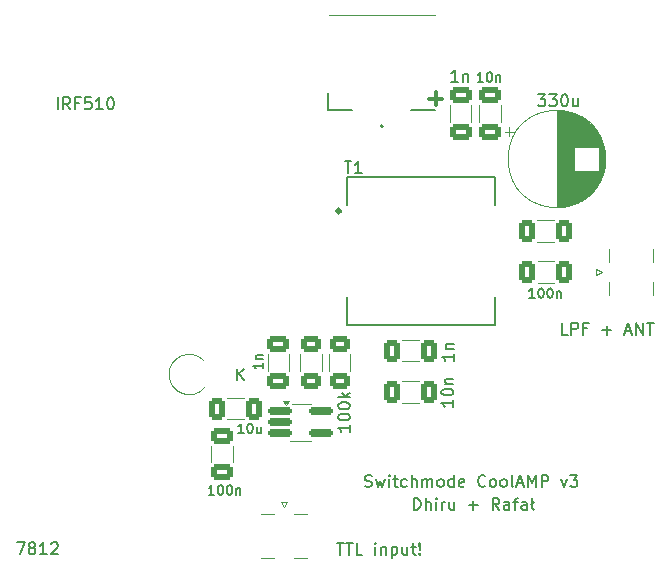
<source format=gbr>
%TF.GenerationSoftware,KiCad,Pcbnew,8.99.0-unknown-8ec1016ccf~178~ubuntu22.04.1*%
%TF.CreationDate,2024-05-09T20:44:09+05:30*%
%TF.ProjectId,HF-PA-v10,48462d50-412d-4763-9130-2e6b69636164,rev?*%
%TF.SameCoordinates,Original*%
%TF.FileFunction,Legend,Top*%
%TF.FilePolarity,Positive*%
%FSLAX46Y46*%
G04 Gerber Fmt 4.6, Leading zero omitted, Abs format (unit mm)*
G04 Created by KiCad (PCBNEW 8.99.0-unknown-8ec1016ccf~178~ubuntu22.04.1) date 2024-05-09 20:44:09*
%MOMM*%
%LPD*%
G01*
G04 APERTURE LIST*
G04 Aperture macros list*
%AMRoundRect*
0 Rectangle with rounded corners*
0 $1 Rounding radius*
0 $2 $3 $4 $5 $6 $7 $8 $9 X,Y pos of 4 corners*
0 Add a 4 corners polygon primitive as box body*
4,1,4,$2,$3,$4,$5,$6,$7,$8,$9,$2,$3,0*
0 Add four circle primitives for the rounded corners*
1,1,$1+$1,$2,$3*
1,1,$1+$1,$4,$5*
1,1,$1+$1,$6,$7*
1,1,$1+$1,$8,$9*
0 Add four rect primitives between the rounded corners*
20,1,$1+$1,$2,$3,$4,$5,0*
20,1,$1+$1,$4,$5,$6,$7,0*
20,1,$1+$1,$6,$7,$8,$9,0*
20,1,$1+$1,$8,$9,$2,$3,0*%
G04 Aperture macros list end*
%ADD10C,0.150000*%
%ADD11C,0.300000*%
%ADD12C,0.120000*%
%ADD13C,0.127000*%
%ADD14C,0.200000*%
%ADD15C,0.800000*%
%ADD16C,6.400000*%
%ADD17R,3.600000X1.270000*%
%ADD18R,4.200000X1.350000*%
%ADD19RoundRect,0.250000X-0.412500X-0.650000X0.412500X-0.650000X0.412500X0.650000X-0.412500X0.650000X0*%
%ADD20O,4.400000X2.200000*%
%ADD21O,4.000000X2.000000*%
%ADD22O,2.000000X4.000000*%
%ADD23RoundRect,0.250000X0.650000X-0.412500X0.650000X0.412500X-0.650000X0.412500X-0.650000X-0.412500X0*%
%ADD24O,3.500000X3.500000*%
%ADD25R,2.000000X1.905000*%
%ADD26O,2.000000X1.905000*%
%ADD27R,1.270000X3.600000*%
%ADD28R,1.350000X4.200000*%
%ADD29O,3.600000X3.600000*%
%ADD30R,4.500000X2.500000*%
%ADD31O,4.500000X2.500000*%
%ADD32RoundRect,0.250000X0.412500X0.650000X-0.412500X0.650000X-0.412500X-0.650000X0.412500X-0.650000X0*%
%ADD33R,2.200000X2.200000*%
%ADD34O,2.200000X2.200000*%
%ADD35RoundRect,0.162500X-0.837500X-0.162500X0.837500X-0.162500X0.837500X0.162500X-0.837500X0.162500X0*%
%ADD36R,1.600000X1.600000*%
%ADD37C,1.600000*%
%ADD38R,5.500000X2.150000*%
%ADD39RoundRect,0.250000X-0.650000X0.412500X-0.650000X-0.412500X0.650000X-0.412500X0.650000X0.412500X0*%
%ADD40RoundRect,0.250000X-0.625000X0.400000X-0.625000X-0.400000X0.625000X-0.400000X0.625000X0.400000X0*%
G04 APERTURE END LIST*
D10*
X152971541Y-107649819D02*
X153638207Y-107649819D01*
X153638207Y-107649819D02*
X153209636Y-108649819D01*
X154162017Y-108078390D02*
X154066779Y-108030771D01*
X154066779Y-108030771D02*
X154019160Y-107983152D01*
X154019160Y-107983152D02*
X153971541Y-107887914D01*
X153971541Y-107887914D02*
X153971541Y-107840295D01*
X153971541Y-107840295D02*
X154019160Y-107745057D01*
X154019160Y-107745057D02*
X154066779Y-107697438D01*
X154066779Y-107697438D02*
X154162017Y-107649819D01*
X154162017Y-107649819D02*
X154352493Y-107649819D01*
X154352493Y-107649819D02*
X154447731Y-107697438D01*
X154447731Y-107697438D02*
X154495350Y-107745057D01*
X154495350Y-107745057D02*
X154542969Y-107840295D01*
X154542969Y-107840295D02*
X154542969Y-107887914D01*
X154542969Y-107887914D02*
X154495350Y-107983152D01*
X154495350Y-107983152D02*
X154447731Y-108030771D01*
X154447731Y-108030771D02*
X154352493Y-108078390D01*
X154352493Y-108078390D02*
X154162017Y-108078390D01*
X154162017Y-108078390D02*
X154066779Y-108126009D01*
X154066779Y-108126009D02*
X154019160Y-108173628D01*
X154019160Y-108173628D02*
X153971541Y-108268866D01*
X153971541Y-108268866D02*
X153971541Y-108459342D01*
X153971541Y-108459342D02*
X154019160Y-108554580D01*
X154019160Y-108554580D02*
X154066779Y-108602200D01*
X154066779Y-108602200D02*
X154162017Y-108649819D01*
X154162017Y-108649819D02*
X154352493Y-108649819D01*
X154352493Y-108649819D02*
X154447731Y-108602200D01*
X154447731Y-108602200D02*
X154495350Y-108554580D01*
X154495350Y-108554580D02*
X154542969Y-108459342D01*
X154542969Y-108459342D02*
X154542969Y-108268866D01*
X154542969Y-108268866D02*
X154495350Y-108173628D01*
X154495350Y-108173628D02*
X154447731Y-108126009D01*
X154447731Y-108126009D02*
X154352493Y-108078390D01*
X155495350Y-108649819D02*
X154923922Y-108649819D01*
X155209636Y-108649819D02*
X155209636Y-107649819D01*
X155209636Y-107649819D02*
X155114398Y-107792676D01*
X155114398Y-107792676D02*
X155019160Y-107887914D01*
X155019160Y-107887914D02*
X154923922Y-107935533D01*
X155876303Y-107745057D02*
X155923922Y-107697438D01*
X155923922Y-107697438D02*
X156019160Y-107649819D01*
X156019160Y-107649819D02*
X156257255Y-107649819D01*
X156257255Y-107649819D02*
X156352493Y-107697438D01*
X156352493Y-107697438D02*
X156400112Y-107745057D01*
X156400112Y-107745057D02*
X156447731Y-107840295D01*
X156447731Y-107840295D02*
X156447731Y-107935533D01*
X156447731Y-107935533D02*
X156400112Y-108078390D01*
X156400112Y-108078390D02*
X155828684Y-108649819D01*
X155828684Y-108649819D02*
X156447731Y-108649819D01*
D11*
X187854510Y-70079400D02*
X188997368Y-70079400D01*
X188425939Y-70650828D02*
X188425939Y-69507971D01*
D10*
X199592969Y-90049819D02*
X199116779Y-90049819D01*
X199116779Y-90049819D02*
X199116779Y-89049819D01*
X199926303Y-90049819D02*
X199926303Y-89049819D01*
X199926303Y-89049819D02*
X200307255Y-89049819D01*
X200307255Y-89049819D02*
X200402493Y-89097438D01*
X200402493Y-89097438D02*
X200450112Y-89145057D01*
X200450112Y-89145057D02*
X200497731Y-89240295D01*
X200497731Y-89240295D02*
X200497731Y-89383152D01*
X200497731Y-89383152D02*
X200450112Y-89478390D01*
X200450112Y-89478390D02*
X200402493Y-89526009D01*
X200402493Y-89526009D02*
X200307255Y-89573628D01*
X200307255Y-89573628D02*
X199926303Y-89573628D01*
X201259636Y-89526009D02*
X200926303Y-89526009D01*
X200926303Y-90049819D02*
X200926303Y-89049819D01*
X200926303Y-89049819D02*
X201402493Y-89049819D01*
X202545351Y-89668866D02*
X203307256Y-89668866D01*
X202926303Y-90049819D02*
X202926303Y-89287914D01*
X204497732Y-89764104D02*
X204973922Y-89764104D01*
X204402494Y-90049819D02*
X204735827Y-89049819D01*
X204735827Y-89049819D02*
X205069160Y-90049819D01*
X205402494Y-90049819D02*
X205402494Y-89049819D01*
X205402494Y-89049819D02*
X205973922Y-90049819D01*
X205973922Y-90049819D02*
X205973922Y-89049819D01*
X206307256Y-89049819D02*
X206878684Y-89049819D01*
X206592970Y-90049819D02*
X206592970Y-89049819D01*
X180083922Y-107669819D02*
X180655350Y-107669819D01*
X180369636Y-108669819D02*
X180369636Y-107669819D01*
X180845827Y-107669819D02*
X181417255Y-107669819D01*
X181131541Y-108669819D02*
X181131541Y-107669819D01*
X182226779Y-108669819D02*
X181750589Y-108669819D01*
X181750589Y-108669819D02*
X181750589Y-107669819D01*
X183322018Y-108669819D02*
X183322018Y-108003152D01*
X183322018Y-107669819D02*
X183274399Y-107717438D01*
X183274399Y-107717438D02*
X183322018Y-107765057D01*
X183322018Y-107765057D02*
X183369637Y-107717438D01*
X183369637Y-107717438D02*
X183322018Y-107669819D01*
X183322018Y-107669819D02*
X183322018Y-107765057D01*
X183798208Y-108003152D02*
X183798208Y-108669819D01*
X183798208Y-108098390D02*
X183845827Y-108050771D01*
X183845827Y-108050771D02*
X183941065Y-108003152D01*
X183941065Y-108003152D02*
X184083922Y-108003152D01*
X184083922Y-108003152D02*
X184179160Y-108050771D01*
X184179160Y-108050771D02*
X184226779Y-108146009D01*
X184226779Y-108146009D02*
X184226779Y-108669819D01*
X184702970Y-108003152D02*
X184702970Y-109003152D01*
X184702970Y-108050771D02*
X184798208Y-108003152D01*
X184798208Y-108003152D02*
X184988684Y-108003152D01*
X184988684Y-108003152D02*
X185083922Y-108050771D01*
X185083922Y-108050771D02*
X185131541Y-108098390D01*
X185131541Y-108098390D02*
X185179160Y-108193628D01*
X185179160Y-108193628D02*
X185179160Y-108479342D01*
X185179160Y-108479342D02*
X185131541Y-108574580D01*
X185131541Y-108574580D02*
X185083922Y-108622200D01*
X185083922Y-108622200D02*
X184988684Y-108669819D01*
X184988684Y-108669819D02*
X184798208Y-108669819D01*
X184798208Y-108669819D02*
X184702970Y-108622200D01*
X186036303Y-108003152D02*
X186036303Y-108669819D01*
X185607732Y-108003152D02*
X185607732Y-108526961D01*
X185607732Y-108526961D02*
X185655351Y-108622200D01*
X185655351Y-108622200D02*
X185750589Y-108669819D01*
X185750589Y-108669819D02*
X185893446Y-108669819D01*
X185893446Y-108669819D02*
X185988684Y-108622200D01*
X185988684Y-108622200D02*
X186036303Y-108574580D01*
X186369637Y-108003152D02*
X186750589Y-108003152D01*
X186512494Y-107669819D02*
X186512494Y-108526961D01*
X186512494Y-108526961D02*
X186560113Y-108622200D01*
X186560113Y-108622200D02*
X186655351Y-108669819D01*
X186655351Y-108669819D02*
X186750589Y-108669819D01*
X187083923Y-108574580D02*
X187131542Y-108622200D01*
X187131542Y-108622200D02*
X187083923Y-108669819D01*
X187083923Y-108669819D02*
X187036304Y-108622200D01*
X187036304Y-108622200D02*
X187083923Y-108574580D01*
X187083923Y-108574580D02*
X187083923Y-108669819D01*
X187083923Y-108288866D02*
X187036304Y-107717438D01*
X187036304Y-107717438D02*
X187083923Y-107669819D01*
X187083923Y-107669819D02*
X187131542Y-107717438D01*
X187131542Y-107717438D02*
X187083923Y-108288866D01*
X187083923Y-108288866D02*
X187083923Y-107669819D01*
X186576779Y-104879819D02*
X186576779Y-103879819D01*
X186576779Y-103879819D02*
X186814874Y-103879819D01*
X186814874Y-103879819D02*
X186957731Y-103927438D01*
X186957731Y-103927438D02*
X187052969Y-104022676D01*
X187052969Y-104022676D02*
X187100588Y-104117914D01*
X187100588Y-104117914D02*
X187148207Y-104308390D01*
X187148207Y-104308390D02*
X187148207Y-104451247D01*
X187148207Y-104451247D02*
X187100588Y-104641723D01*
X187100588Y-104641723D02*
X187052969Y-104736961D01*
X187052969Y-104736961D02*
X186957731Y-104832200D01*
X186957731Y-104832200D02*
X186814874Y-104879819D01*
X186814874Y-104879819D02*
X186576779Y-104879819D01*
X187576779Y-104879819D02*
X187576779Y-103879819D01*
X188005350Y-104879819D02*
X188005350Y-104356009D01*
X188005350Y-104356009D02*
X187957731Y-104260771D01*
X187957731Y-104260771D02*
X187862493Y-104213152D01*
X187862493Y-104213152D02*
X187719636Y-104213152D01*
X187719636Y-104213152D02*
X187624398Y-104260771D01*
X187624398Y-104260771D02*
X187576779Y-104308390D01*
X188481541Y-104879819D02*
X188481541Y-104213152D01*
X188481541Y-103879819D02*
X188433922Y-103927438D01*
X188433922Y-103927438D02*
X188481541Y-103975057D01*
X188481541Y-103975057D02*
X188529160Y-103927438D01*
X188529160Y-103927438D02*
X188481541Y-103879819D01*
X188481541Y-103879819D02*
X188481541Y-103975057D01*
X188957731Y-104879819D02*
X188957731Y-104213152D01*
X188957731Y-104403628D02*
X189005350Y-104308390D01*
X189005350Y-104308390D02*
X189052969Y-104260771D01*
X189052969Y-104260771D02*
X189148207Y-104213152D01*
X189148207Y-104213152D02*
X189243445Y-104213152D01*
X190005350Y-104213152D02*
X190005350Y-104879819D01*
X189576779Y-104213152D02*
X189576779Y-104736961D01*
X189576779Y-104736961D02*
X189624398Y-104832200D01*
X189624398Y-104832200D02*
X189719636Y-104879819D01*
X189719636Y-104879819D02*
X189862493Y-104879819D01*
X189862493Y-104879819D02*
X189957731Y-104832200D01*
X189957731Y-104832200D02*
X190005350Y-104784580D01*
X191243446Y-104498866D02*
X192005351Y-104498866D01*
X191624398Y-104879819D02*
X191624398Y-104117914D01*
X193814874Y-104879819D02*
X193481541Y-104403628D01*
X193243446Y-104879819D02*
X193243446Y-103879819D01*
X193243446Y-103879819D02*
X193624398Y-103879819D01*
X193624398Y-103879819D02*
X193719636Y-103927438D01*
X193719636Y-103927438D02*
X193767255Y-103975057D01*
X193767255Y-103975057D02*
X193814874Y-104070295D01*
X193814874Y-104070295D02*
X193814874Y-104213152D01*
X193814874Y-104213152D02*
X193767255Y-104308390D01*
X193767255Y-104308390D02*
X193719636Y-104356009D01*
X193719636Y-104356009D02*
X193624398Y-104403628D01*
X193624398Y-104403628D02*
X193243446Y-104403628D01*
X194672017Y-104879819D02*
X194672017Y-104356009D01*
X194672017Y-104356009D02*
X194624398Y-104260771D01*
X194624398Y-104260771D02*
X194529160Y-104213152D01*
X194529160Y-104213152D02*
X194338684Y-104213152D01*
X194338684Y-104213152D02*
X194243446Y-104260771D01*
X194672017Y-104832200D02*
X194576779Y-104879819D01*
X194576779Y-104879819D02*
X194338684Y-104879819D01*
X194338684Y-104879819D02*
X194243446Y-104832200D01*
X194243446Y-104832200D02*
X194195827Y-104736961D01*
X194195827Y-104736961D02*
X194195827Y-104641723D01*
X194195827Y-104641723D02*
X194243446Y-104546485D01*
X194243446Y-104546485D02*
X194338684Y-104498866D01*
X194338684Y-104498866D02*
X194576779Y-104498866D01*
X194576779Y-104498866D02*
X194672017Y-104451247D01*
X195005351Y-104213152D02*
X195386303Y-104213152D01*
X195148208Y-104879819D02*
X195148208Y-104022676D01*
X195148208Y-104022676D02*
X195195827Y-103927438D01*
X195195827Y-103927438D02*
X195291065Y-103879819D01*
X195291065Y-103879819D02*
X195386303Y-103879819D01*
X196148208Y-104879819D02*
X196148208Y-104356009D01*
X196148208Y-104356009D02*
X196100589Y-104260771D01*
X196100589Y-104260771D02*
X196005351Y-104213152D01*
X196005351Y-104213152D02*
X195814875Y-104213152D01*
X195814875Y-104213152D02*
X195719637Y-104260771D01*
X196148208Y-104832200D02*
X196052970Y-104879819D01*
X196052970Y-104879819D02*
X195814875Y-104879819D01*
X195814875Y-104879819D02*
X195719637Y-104832200D01*
X195719637Y-104832200D02*
X195672018Y-104736961D01*
X195672018Y-104736961D02*
X195672018Y-104641723D01*
X195672018Y-104641723D02*
X195719637Y-104546485D01*
X195719637Y-104546485D02*
X195814875Y-104498866D01*
X195814875Y-104498866D02*
X196052970Y-104498866D01*
X196052970Y-104498866D02*
X196148208Y-104451247D01*
X196767256Y-104879819D02*
X196672018Y-104832200D01*
X196672018Y-104832200D02*
X196624399Y-104736961D01*
X196624399Y-104736961D02*
X196624399Y-103879819D01*
X196481542Y-104403628D02*
X196767256Y-104213152D01*
X156436779Y-70959819D02*
X156436779Y-69959819D01*
X157484397Y-70959819D02*
X157151064Y-70483628D01*
X156912969Y-70959819D02*
X156912969Y-69959819D01*
X156912969Y-69959819D02*
X157293921Y-69959819D01*
X157293921Y-69959819D02*
X157389159Y-70007438D01*
X157389159Y-70007438D02*
X157436778Y-70055057D01*
X157436778Y-70055057D02*
X157484397Y-70150295D01*
X157484397Y-70150295D02*
X157484397Y-70293152D01*
X157484397Y-70293152D02*
X157436778Y-70388390D01*
X157436778Y-70388390D02*
X157389159Y-70436009D01*
X157389159Y-70436009D02*
X157293921Y-70483628D01*
X157293921Y-70483628D02*
X156912969Y-70483628D01*
X158246302Y-70436009D02*
X157912969Y-70436009D01*
X157912969Y-70959819D02*
X157912969Y-69959819D01*
X157912969Y-69959819D02*
X158389159Y-69959819D01*
X159246302Y-69959819D02*
X158770112Y-69959819D01*
X158770112Y-69959819D02*
X158722493Y-70436009D01*
X158722493Y-70436009D02*
X158770112Y-70388390D01*
X158770112Y-70388390D02*
X158865350Y-70340771D01*
X158865350Y-70340771D02*
X159103445Y-70340771D01*
X159103445Y-70340771D02*
X159198683Y-70388390D01*
X159198683Y-70388390D02*
X159246302Y-70436009D01*
X159246302Y-70436009D02*
X159293921Y-70531247D01*
X159293921Y-70531247D02*
X159293921Y-70769342D01*
X159293921Y-70769342D02*
X159246302Y-70864580D01*
X159246302Y-70864580D02*
X159198683Y-70912200D01*
X159198683Y-70912200D02*
X159103445Y-70959819D01*
X159103445Y-70959819D02*
X158865350Y-70959819D01*
X158865350Y-70959819D02*
X158770112Y-70912200D01*
X158770112Y-70912200D02*
X158722493Y-70864580D01*
X160246302Y-70959819D02*
X159674874Y-70959819D01*
X159960588Y-70959819D02*
X159960588Y-69959819D01*
X159960588Y-69959819D02*
X159865350Y-70102676D01*
X159865350Y-70102676D02*
X159770112Y-70197914D01*
X159770112Y-70197914D02*
X159674874Y-70245533D01*
X160865350Y-69959819D02*
X160960588Y-69959819D01*
X160960588Y-69959819D02*
X161055826Y-70007438D01*
X161055826Y-70007438D02*
X161103445Y-70055057D01*
X161103445Y-70055057D02*
X161151064Y-70150295D01*
X161151064Y-70150295D02*
X161198683Y-70340771D01*
X161198683Y-70340771D02*
X161198683Y-70578866D01*
X161198683Y-70578866D02*
X161151064Y-70769342D01*
X161151064Y-70769342D02*
X161103445Y-70864580D01*
X161103445Y-70864580D02*
X161055826Y-70912200D01*
X161055826Y-70912200D02*
X160960588Y-70959819D01*
X160960588Y-70959819D02*
X160865350Y-70959819D01*
X160865350Y-70959819D02*
X160770112Y-70912200D01*
X160770112Y-70912200D02*
X160722493Y-70864580D01*
X160722493Y-70864580D02*
X160674874Y-70769342D01*
X160674874Y-70769342D02*
X160627255Y-70578866D01*
X160627255Y-70578866D02*
X160627255Y-70340771D01*
X160627255Y-70340771D02*
X160674874Y-70150295D01*
X160674874Y-70150295D02*
X160722493Y-70055057D01*
X160722493Y-70055057D02*
X160770112Y-70007438D01*
X160770112Y-70007438D02*
X160865350Y-69959819D01*
X182439160Y-102892256D02*
X182582017Y-102939875D01*
X182582017Y-102939875D02*
X182820112Y-102939875D01*
X182820112Y-102939875D02*
X182915350Y-102892256D01*
X182915350Y-102892256D02*
X182962969Y-102844636D01*
X182962969Y-102844636D02*
X183010588Y-102749398D01*
X183010588Y-102749398D02*
X183010588Y-102654160D01*
X183010588Y-102654160D02*
X182962969Y-102558922D01*
X182962969Y-102558922D02*
X182915350Y-102511303D01*
X182915350Y-102511303D02*
X182820112Y-102463684D01*
X182820112Y-102463684D02*
X182629636Y-102416065D01*
X182629636Y-102416065D02*
X182534398Y-102368446D01*
X182534398Y-102368446D02*
X182486779Y-102320827D01*
X182486779Y-102320827D02*
X182439160Y-102225589D01*
X182439160Y-102225589D02*
X182439160Y-102130351D01*
X182439160Y-102130351D02*
X182486779Y-102035113D01*
X182486779Y-102035113D02*
X182534398Y-101987494D01*
X182534398Y-101987494D02*
X182629636Y-101939875D01*
X182629636Y-101939875D02*
X182867731Y-101939875D01*
X182867731Y-101939875D02*
X183010588Y-101987494D01*
X183343922Y-102273208D02*
X183534398Y-102939875D01*
X183534398Y-102939875D02*
X183724874Y-102463684D01*
X183724874Y-102463684D02*
X183915350Y-102939875D01*
X183915350Y-102939875D02*
X184105826Y-102273208D01*
X184486779Y-102939875D02*
X184486779Y-102273208D01*
X184486779Y-101939875D02*
X184439160Y-101987494D01*
X184439160Y-101987494D02*
X184486779Y-102035113D01*
X184486779Y-102035113D02*
X184534398Y-101987494D01*
X184534398Y-101987494D02*
X184486779Y-101939875D01*
X184486779Y-101939875D02*
X184486779Y-102035113D01*
X184820112Y-102273208D02*
X185201064Y-102273208D01*
X184962969Y-101939875D02*
X184962969Y-102797017D01*
X184962969Y-102797017D02*
X185010588Y-102892256D01*
X185010588Y-102892256D02*
X185105826Y-102939875D01*
X185105826Y-102939875D02*
X185201064Y-102939875D01*
X185962969Y-102892256D02*
X185867731Y-102939875D01*
X185867731Y-102939875D02*
X185677255Y-102939875D01*
X185677255Y-102939875D02*
X185582017Y-102892256D01*
X185582017Y-102892256D02*
X185534398Y-102844636D01*
X185534398Y-102844636D02*
X185486779Y-102749398D01*
X185486779Y-102749398D02*
X185486779Y-102463684D01*
X185486779Y-102463684D02*
X185534398Y-102368446D01*
X185534398Y-102368446D02*
X185582017Y-102320827D01*
X185582017Y-102320827D02*
X185677255Y-102273208D01*
X185677255Y-102273208D02*
X185867731Y-102273208D01*
X185867731Y-102273208D02*
X185962969Y-102320827D01*
X186391541Y-102939875D02*
X186391541Y-101939875D01*
X186820112Y-102939875D02*
X186820112Y-102416065D01*
X186820112Y-102416065D02*
X186772493Y-102320827D01*
X186772493Y-102320827D02*
X186677255Y-102273208D01*
X186677255Y-102273208D02*
X186534398Y-102273208D01*
X186534398Y-102273208D02*
X186439160Y-102320827D01*
X186439160Y-102320827D02*
X186391541Y-102368446D01*
X187296303Y-102939875D02*
X187296303Y-102273208D01*
X187296303Y-102368446D02*
X187343922Y-102320827D01*
X187343922Y-102320827D02*
X187439160Y-102273208D01*
X187439160Y-102273208D02*
X187582017Y-102273208D01*
X187582017Y-102273208D02*
X187677255Y-102320827D01*
X187677255Y-102320827D02*
X187724874Y-102416065D01*
X187724874Y-102416065D02*
X187724874Y-102939875D01*
X187724874Y-102416065D02*
X187772493Y-102320827D01*
X187772493Y-102320827D02*
X187867731Y-102273208D01*
X187867731Y-102273208D02*
X188010588Y-102273208D01*
X188010588Y-102273208D02*
X188105827Y-102320827D01*
X188105827Y-102320827D02*
X188153446Y-102416065D01*
X188153446Y-102416065D02*
X188153446Y-102939875D01*
X188772493Y-102939875D02*
X188677255Y-102892256D01*
X188677255Y-102892256D02*
X188629636Y-102844636D01*
X188629636Y-102844636D02*
X188582017Y-102749398D01*
X188582017Y-102749398D02*
X188582017Y-102463684D01*
X188582017Y-102463684D02*
X188629636Y-102368446D01*
X188629636Y-102368446D02*
X188677255Y-102320827D01*
X188677255Y-102320827D02*
X188772493Y-102273208D01*
X188772493Y-102273208D02*
X188915350Y-102273208D01*
X188915350Y-102273208D02*
X189010588Y-102320827D01*
X189010588Y-102320827D02*
X189058207Y-102368446D01*
X189058207Y-102368446D02*
X189105826Y-102463684D01*
X189105826Y-102463684D02*
X189105826Y-102749398D01*
X189105826Y-102749398D02*
X189058207Y-102844636D01*
X189058207Y-102844636D02*
X189010588Y-102892256D01*
X189010588Y-102892256D02*
X188915350Y-102939875D01*
X188915350Y-102939875D02*
X188772493Y-102939875D01*
X189962969Y-102939875D02*
X189962969Y-101939875D01*
X189962969Y-102892256D02*
X189867731Y-102939875D01*
X189867731Y-102939875D02*
X189677255Y-102939875D01*
X189677255Y-102939875D02*
X189582017Y-102892256D01*
X189582017Y-102892256D02*
X189534398Y-102844636D01*
X189534398Y-102844636D02*
X189486779Y-102749398D01*
X189486779Y-102749398D02*
X189486779Y-102463684D01*
X189486779Y-102463684D02*
X189534398Y-102368446D01*
X189534398Y-102368446D02*
X189582017Y-102320827D01*
X189582017Y-102320827D02*
X189677255Y-102273208D01*
X189677255Y-102273208D02*
X189867731Y-102273208D01*
X189867731Y-102273208D02*
X189962969Y-102320827D01*
X190820112Y-102892256D02*
X190724874Y-102939875D01*
X190724874Y-102939875D02*
X190534398Y-102939875D01*
X190534398Y-102939875D02*
X190439160Y-102892256D01*
X190439160Y-102892256D02*
X190391541Y-102797017D01*
X190391541Y-102797017D02*
X190391541Y-102416065D01*
X190391541Y-102416065D02*
X190439160Y-102320827D01*
X190439160Y-102320827D02*
X190534398Y-102273208D01*
X190534398Y-102273208D02*
X190724874Y-102273208D01*
X190724874Y-102273208D02*
X190820112Y-102320827D01*
X190820112Y-102320827D02*
X190867731Y-102416065D01*
X190867731Y-102416065D02*
X190867731Y-102511303D01*
X190867731Y-102511303D02*
X190391541Y-102606541D01*
X192629636Y-102844636D02*
X192582017Y-102892256D01*
X192582017Y-102892256D02*
X192439160Y-102939875D01*
X192439160Y-102939875D02*
X192343922Y-102939875D01*
X192343922Y-102939875D02*
X192201065Y-102892256D01*
X192201065Y-102892256D02*
X192105827Y-102797017D01*
X192105827Y-102797017D02*
X192058208Y-102701779D01*
X192058208Y-102701779D02*
X192010589Y-102511303D01*
X192010589Y-102511303D02*
X192010589Y-102368446D01*
X192010589Y-102368446D02*
X192058208Y-102177970D01*
X192058208Y-102177970D02*
X192105827Y-102082732D01*
X192105827Y-102082732D02*
X192201065Y-101987494D01*
X192201065Y-101987494D02*
X192343922Y-101939875D01*
X192343922Y-101939875D02*
X192439160Y-101939875D01*
X192439160Y-101939875D02*
X192582017Y-101987494D01*
X192582017Y-101987494D02*
X192629636Y-102035113D01*
X193201065Y-102939875D02*
X193105827Y-102892256D01*
X193105827Y-102892256D02*
X193058208Y-102844636D01*
X193058208Y-102844636D02*
X193010589Y-102749398D01*
X193010589Y-102749398D02*
X193010589Y-102463684D01*
X193010589Y-102463684D02*
X193058208Y-102368446D01*
X193058208Y-102368446D02*
X193105827Y-102320827D01*
X193105827Y-102320827D02*
X193201065Y-102273208D01*
X193201065Y-102273208D02*
X193343922Y-102273208D01*
X193343922Y-102273208D02*
X193439160Y-102320827D01*
X193439160Y-102320827D02*
X193486779Y-102368446D01*
X193486779Y-102368446D02*
X193534398Y-102463684D01*
X193534398Y-102463684D02*
X193534398Y-102749398D01*
X193534398Y-102749398D02*
X193486779Y-102844636D01*
X193486779Y-102844636D02*
X193439160Y-102892256D01*
X193439160Y-102892256D02*
X193343922Y-102939875D01*
X193343922Y-102939875D02*
X193201065Y-102939875D01*
X194105827Y-102939875D02*
X194010589Y-102892256D01*
X194010589Y-102892256D02*
X193962970Y-102844636D01*
X193962970Y-102844636D02*
X193915351Y-102749398D01*
X193915351Y-102749398D02*
X193915351Y-102463684D01*
X193915351Y-102463684D02*
X193962970Y-102368446D01*
X193962970Y-102368446D02*
X194010589Y-102320827D01*
X194010589Y-102320827D02*
X194105827Y-102273208D01*
X194105827Y-102273208D02*
X194248684Y-102273208D01*
X194248684Y-102273208D02*
X194343922Y-102320827D01*
X194343922Y-102320827D02*
X194391541Y-102368446D01*
X194391541Y-102368446D02*
X194439160Y-102463684D01*
X194439160Y-102463684D02*
X194439160Y-102749398D01*
X194439160Y-102749398D02*
X194391541Y-102844636D01*
X194391541Y-102844636D02*
X194343922Y-102892256D01*
X194343922Y-102892256D02*
X194248684Y-102939875D01*
X194248684Y-102939875D02*
X194105827Y-102939875D01*
X195010589Y-102939875D02*
X194915351Y-102892256D01*
X194915351Y-102892256D02*
X194867732Y-102797017D01*
X194867732Y-102797017D02*
X194867732Y-101939875D01*
X195343923Y-102654160D02*
X195820113Y-102654160D01*
X195248685Y-102939875D02*
X195582018Y-101939875D01*
X195582018Y-101939875D02*
X195915351Y-102939875D01*
X196248685Y-102939875D02*
X196248685Y-101939875D01*
X196248685Y-101939875D02*
X196582018Y-102654160D01*
X196582018Y-102654160D02*
X196915351Y-101939875D01*
X196915351Y-101939875D02*
X196915351Y-102939875D01*
X197391542Y-102939875D02*
X197391542Y-101939875D01*
X197391542Y-101939875D02*
X197772494Y-101939875D01*
X197772494Y-101939875D02*
X197867732Y-101987494D01*
X197867732Y-101987494D02*
X197915351Y-102035113D01*
X197915351Y-102035113D02*
X197962970Y-102130351D01*
X197962970Y-102130351D02*
X197962970Y-102273208D01*
X197962970Y-102273208D02*
X197915351Y-102368446D01*
X197915351Y-102368446D02*
X197867732Y-102416065D01*
X197867732Y-102416065D02*
X197772494Y-102463684D01*
X197772494Y-102463684D02*
X197391542Y-102463684D01*
X199058209Y-102273208D02*
X199296304Y-102939875D01*
X199296304Y-102939875D02*
X199534399Y-102273208D01*
X199820114Y-101939875D02*
X200439161Y-101939875D01*
X200439161Y-101939875D02*
X200105828Y-102320827D01*
X200105828Y-102320827D02*
X200248685Y-102320827D01*
X200248685Y-102320827D02*
X200343923Y-102368446D01*
X200343923Y-102368446D02*
X200391542Y-102416065D01*
X200391542Y-102416065D02*
X200439161Y-102511303D01*
X200439161Y-102511303D02*
X200439161Y-102749398D01*
X200439161Y-102749398D02*
X200391542Y-102844636D01*
X200391542Y-102844636D02*
X200343923Y-102892256D01*
X200343923Y-102892256D02*
X200248685Y-102939875D01*
X200248685Y-102939875D02*
X199962971Y-102939875D01*
X199962971Y-102939875D02*
X199867733Y-102892256D01*
X199867733Y-102892256D02*
X199820114Y-102844636D01*
X189914819Y-95582857D02*
X189914819Y-96154285D01*
X189914819Y-95868571D02*
X188914819Y-95868571D01*
X188914819Y-95868571D02*
X189057676Y-95963809D01*
X189057676Y-95963809D02*
X189152914Y-96059047D01*
X189152914Y-96059047D02*
X189200533Y-96154285D01*
X188914819Y-94963809D02*
X188914819Y-94868571D01*
X188914819Y-94868571D02*
X188962438Y-94773333D01*
X188962438Y-94773333D02*
X189010057Y-94725714D01*
X189010057Y-94725714D02*
X189105295Y-94678095D01*
X189105295Y-94678095D02*
X189295771Y-94630476D01*
X189295771Y-94630476D02*
X189533866Y-94630476D01*
X189533866Y-94630476D02*
X189724342Y-94678095D01*
X189724342Y-94678095D02*
X189819580Y-94725714D01*
X189819580Y-94725714D02*
X189867200Y-94773333D01*
X189867200Y-94773333D02*
X189914819Y-94868571D01*
X189914819Y-94868571D02*
X189914819Y-94963809D01*
X189914819Y-94963809D02*
X189867200Y-95059047D01*
X189867200Y-95059047D02*
X189819580Y-95106666D01*
X189819580Y-95106666D02*
X189724342Y-95154285D01*
X189724342Y-95154285D02*
X189533866Y-95201904D01*
X189533866Y-95201904D02*
X189295771Y-95201904D01*
X189295771Y-95201904D02*
X189105295Y-95154285D01*
X189105295Y-95154285D02*
X189010057Y-95106666D01*
X189010057Y-95106666D02*
X188962438Y-95059047D01*
X188962438Y-95059047D02*
X188914819Y-94963809D01*
X189248152Y-94201904D02*
X189914819Y-94201904D01*
X189343390Y-94201904D02*
X189295771Y-94154285D01*
X189295771Y-94154285D02*
X189248152Y-94059047D01*
X189248152Y-94059047D02*
X189248152Y-93916190D01*
X189248152Y-93916190D02*
X189295771Y-93820952D01*
X189295771Y-93820952D02*
X189391009Y-93773333D01*
X189391009Y-93773333D02*
X189914819Y-93773333D01*
X172165713Y-98382295D02*
X171708570Y-98382295D01*
X171937142Y-98382295D02*
X171937142Y-97582295D01*
X171937142Y-97582295D02*
X171860951Y-97696580D01*
X171860951Y-97696580D02*
X171784761Y-97772771D01*
X171784761Y-97772771D02*
X171708570Y-97810866D01*
X172660952Y-97582295D02*
X172737142Y-97582295D01*
X172737142Y-97582295D02*
X172813333Y-97620390D01*
X172813333Y-97620390D02*
X172851428Y-97658485D01*
X172851428Y-97658485D02*
X172889523Y-97734676D01*
X172889523Y-97734676D02*
X172927618Y-97887057D01*
X172927618Y-97887057D02*
X172927618Y-98077533D01*
X172927618Y-98077533D02*
X172889523Y-98229914D01*
X172889523Y-98229914D02*
X172851428Y-98306104D01*
X172851428Y-98306104D02*
X172813333Y-98344200D01*
X172813333Y-98344200D02*
X172737142Y-98382295D01*
X172737142Y-98382295D02*
X172660952Y-98382295D01*
X172660952Y-98382295D02*
X172584761Y-98344200D01*
X172584761Y-98344200D02*
X172546666Y-98306104D01*
X172546666Y-98306104D02*
X172508571Y-98229914D01*
X172508571Y-98229914D02*
X172470475Y-98077533D01*
X172470475Y-98077533D02*
X172470475Y-97887057D01*
X172470475Y-97887057D02*
X172508571Y-97734676D01*
X172508571Y-97734676D02*
X172546666Y-97658485D01*
X172546666Y-97658485D02*
X172584761Y-97620390D01*
X172584761Y-97620390D02*
X172660952Y-97582295D01*
X173613333Y-97848961D02*
X173613333Y-98382295D01*
X173270476Y-97848961D02*
X173270476Y-98268009D01*
X173270476Y-98268009D02*
X173308571Y-98344200D01*
X173308571Y-98344200D02*
X173384761Y-98382295D01*
X173384761Y-98382295D02*
X173499047Y-98382295D01*
X173499047Y-98382295D02*
X173575238Y-98344200D01*
X173575238Y-98344200D02*
X173613333Y-98306104D01*
X173782295Y-92455833D02*
X173782295Y-92912976D01*
X173782295Y-92684404D02*
X172982295Y-92684404D01*
X172982295Y-92684404D02*
X173096580Y-92760595D01*
X173096580Y-92760595D02*
X173172771Y-92836785D01*
X173172771Y-92836785D02*
X173210866Y-92912976D01*
X173248961Y-92112975D02*
X173782295Y-92112975D01*
X173325152Y-92112975D02*
X173287057Y-92074880D01*
X173287057Y-92074880D02*
X173248961Y-91998690D01*
X173248961Y-91998690D02*
X173248961Y-91884404D01*
X173248961Y-91884404D02*
X173287057Y-91808213D01*
X173287057Y-91808213D02*
X173363247Y-91770118D01*
X173363247Y-91770118D02*
X173782295Y-91770118D01*
X196812261Y-86912295D02*
X196355118Y-86912295D01*
X196583690Y-86912295D02*
X196583690Y-86112295D01*
X196583690Y-86112295D02*
X196507499Y-86226580D01*
X196507499Y-86226580D02*
X196431309Y-86302771D01*
X196431309Y-86302771D02*
X196355118Y-86340866D01*
X197307500Y-86112295D02*
X197383690Y-86112295D01*
X197383690Y-86112295D02*
X197459881Y-86150390D01*
X197459881Y-86150390D02*
X197497976Y-86188485D01*
X197497976Y-86188485D02*
X197536071Y-86264676D01*
X197536071Y-86264676D02*
X197574166Y-86417057D01*
X197574166Y-86417057D02*
X197574166Y-86607533D01*
X197574166Y-86607533D02*
X197536071Y-86759914D01*
X197536071Y-86759914D02*
X197497976Y-86836104D01*
X197497976Y-86836104D02*
X197459881Y-86874200D01*
X197459881Y-86874200D02*
X197383690Y-86912295D01*
X197383690Y-86912295D02*
X197307500Y-86912295D01*
X197307500Y-86912295D02*
X197231309Y-86874200D01*
X197231309Y-86874200D02*
X197193214Y-86836104D01*
X197193214Y-86836104D02*
X197155119Y-86759914D01*
X197155119Y-86759914D02*
X197117023Y-86607533D01*
X197117023Y-86607533D02*
X197117023Y-86417057D01*
X197117023Y-86417057D02*
X197155119Y-86264676D01*
X197155119Y-86264676D02*
X197193214Y-86188485D01*
X197193214Y-86188485D02*
X197231309Y-86150390D01*
X197231309Y-86150390D02*
X197307500Y-86112295D01*
X198069405Y-86112295D02*
X198145595Y-86112295D01*
X198145595Y-86112295D02*
X198221786Y-86150390D01*
X198221786Y-86150390D02*
X198259881Y-86188485D01*
X198259881Y-86188485D02*
X198297976Y-86264676D01*
X198297976Y-86264676D02*
X198336071Y-86417057D01*
X198336071Y-86417057D02*
X198336071Y-86607533D01*
X198336071Y-86607533D02*
X198297976Y-86759914D01*
X198297976Y-86759914D02*
X198259881Y-86836104D01*
X198259881Y-86836104D02*
X198221786Y-86874200D01*
X198221786Y-86874200D02*
X198145595Y-86912295D01*
X198145595Y-86912295D02*
X198069405Y-86912295D01*
X198069405Y-86912295D02*
X197993214Y-86874200D01*
X197993214Y-86874200D02*
X197955119Y-86836104D01*
X197955119Y-86836104D02*
X197917024Y-86759914D01*
X197917024Y-86759914D02*
X197878928Y-86607533D01*
X197878928Y-86607533D02*
X197878928Y-86417057D01*
X197878928Y-86417057D02*
X197917024Y-86264676D01*
X197917024Y-86264676D02*
X197955119Y-86188485D01*
X197955119Y-86188485D02*
X197993214Y-86150390D01*
X197993214Y-86150390D02*
X198069405Y-86112295D01*
X198678929Y-86378961D02*
X198678929Y-86912295D01*
X198678929Y-86455152D02*
X198717024Y-86417057D01*
X198717024Y-86417057D02*
X198793214Y-86378961D01*
X198793214Y-86378961D02*
X198907500Y-86378961D01*
X198907500Y-86378961D02*
X198983691Y-86417057D01*
X198983691Y-86417057D02*
X199021786Y-86493247D01*
X199021786Y-86493247D02*
X199021786Y-86912295D01*
X171609861Y-93924819D02*
X171609861Y-92924819D01*
X172181289Y-93924819D02*
X171752718Y-93353390D01*
X172181289Y-92924819D02*
X171609861Y-93496247D01*
X197091905Y-69704819D02*
X197710952Y-69704819D01*
X197710952Y-69704819D02*
X197377619Y-70085771D01*
X197377619Y-70085771D02*
X197520476Y-70085771D01*
X197520476Y-70085771D02*
X197615714Y-70133390D01*
X197615714Y-70133390D02*
X197663333Y-70181009D01*
X197663333Y-70181009D02*
X197710952Y-70276247D01*
X197710952Y-70276247D02*
X197710952Y-70514342D01*
X197710952Y-70514342D02*
X197663333Y-70609580D01*
X197663333Y-70609580D02*
X197615714Y-70657200D01*
X197615714Y-70657200D02*
X197520476Y-70704819D01*
X197520476Y-70704819D02*
X197234762Y-70704819D01*
X197234762Y-70704819D02*
X197139524Y-70657200D01*
X197139524Y-70657200D02*
X197091905Y-70609580D01*
X198044286Y-69704819D02*
X198663333Y-69704819D01*
X198663333Y-69704819D02*
X198330000Y-70085771D01*
X198330000Y-70085771D02*
X198472857Y-70085771D01*
X198472857Y-70085771D02*
X198568095Y-70133390D01*
X198568095Y-70133390D02*
X198615714Y-70181009D01*
X198615714Y-70181009D02*
X198663333Y-70276247D01*
X198663333Y-70276247D02*
X198663333Y-70514342D01*
X198663333Y-70514342D02*
X198615714Y-70609580D01*
X198615714Y-70609580D02*
X198568095Y-70657200D01*
X198568095Y-70657200D02*
X198472857Y-70704819D01*
X198472857Y-70704819D02*
X198187143Y-70704819D01*
X198187143Y-70704819D02*
X198091905Y-70657200D01*
X198091905Y-70657200D02*
X198044286Y-70609580D01*
X199282381Y-69704819D02*
X199377619Y-69704819D01*
X199377619Y-69704819D02*
X199472857Y-69752438D01*
X199472857Y-69752438D02*
X199520476Y-69800057D01*
X199520476Y-69800057D02*
X199568095Y-69895295D01*
X199568095Y-69895295D02*
X199615714Y-70085771D01*
X199615714Y-70085771D02*
X199615714Y-70323866D01*
X199615714Y-70323866D02*
X199568095Y-70514342D01*
X199568095Y-70514342D02*
X199520476Y-70609580D01*
X199520476Y-70609580D02*
X199472857Y-70657200D01*
X199472857Y-70657200D02*
X199377619Y-70704819D01*
X199377619Y-70704819D02*
X199282381Y-70704819D01*
X199282381Y-70704819D02*
X199187143Y-70657200D01*
X199187143Y-70657200D02*
X199139524Y-70609580D01*
X199139524Y-70609580D02*
X199091905Y-70514342D01*
X199091905Y-70514342D02*
X199044286Y-70323866D01*
X199044286Y-70323866D02*
X199044286Y-70085771D01*
X199044286Y-70085771D02*
X199091905Y-69895295D01*
X199091905Y-69895295D02*
X199139524Y-69800057D01*
X199139524Y-69800057D02*
X199187143Y-69752438D01*
X199187143Y-69752438D02*
X199282381Y-69704819D01*
X200472857Y-70038152D02*
X200472857Y-70704819D01*
X200044286Y-70038152D02*
X200044286Y-70561961D01*
X200044286Y-70561961D02*
X200091905Y-70657200D01*
X200091905Y-70657200D02*
X200187143Y-70704819D01*
X200187143Y-70704819D02*
X200330000Y-70704819D01*
X200330000Y-70704819D02*
X200425238Y-70657200D01*
X200425238Y-70657200D02*
X200472857Y-70609580D01*
X180722022Y-75379062D02*
X181294256Y-75379062D01*
X181008139Y-76380471D02*
X181008139Y-75379062D01*
X182152606Y-76380471D02*
X181580372Y-76380471D01*
X181866489Y-76380471D02*
X181866489Y-75379062D01*
X181866489Y-75379062D02*
X181771117Y-75522120D01*
X181771117Y-75522120D02*
X181675744Y-75617492D01*
X181675744Y-75617492D02*
X181580372Y-75665179D01*
X192435713Y-68642295D02*
X191978570Y-68642295D01*
X192207142Y-68642295D02*
X192207142Y-67842295D01*
X192207142Y-67842295D02*
X192130951Y-67956580D01*
X192130951Y-67956580D02*
X192054761Y-68032771D01*
X192054761Y-68032771D02*
X191978570Y-68070866D01*
X192930952Y-67842295D02*
X193007142Y-67842295D01*
X193007142Y-67842295D02*
X193083333Y-67880390D01*
X193083333Y-67880390D02*
X193121428Y-67918485D01*
X193121428Y-67918485D02*
X193159523Y-67994676D01*
X193159523Y-67994676D02*
X193197618Y-68147057D01*
X193197618Y-68147057D02*
X193197618Y-68337533D01*
X193197618Y-68337533D02*
X193159523Y-68489914D01*
X193159523Y-68489914D02*
X193121428Y-68566104D01*
X193121428Y-68566104D02*
X193083333Y-68604200D01*
X193083333Y-68604200D02*
X193007142Y-68642295D01*
X193007142Y-68642295D02*
X192930952Y-68642295D01*
X192930952Y-68642295D02*
X192854761Y-68604200D01*
X192854761Y-68604200D02*
X192816666Y-68566104D01*
X192816666Y-68566104D02*
X192778571Y-68489914D01*
X192778571Y-68489914D02*
X192740475Y-68337533D01*
X192740475Y-68337533D02*
X192740475Y-68147057D01*
X192740475Y-68147057D02*
X192778571Y-67994676D01*
X192778571Y-67994676D02*
X192816666Y-67918485D01*
X192816666Y-67918485D02*
X192854761Y-67880390D01*
X192854761Y-67880390D02*
X192930952Y-67842295D01*
X193540476Y-68108961D02*
X193540476Y-68642295D01*
X193540476Y-68185152D02*
X193578571Y-68147057D01*
X193578571Y-68147057D02*
X193654761Y-68108961D01*
X193654761Y-68108961D02*
X193769047Y-68108961D01*
X193769047Y-68108961D02*
X193845238Y-68147057D01*
X193845238Y-68147057D02*
X193883333Y-68223247D01*
X193883333Y-68223247D02*
X193883333Y-68642295D01*
X169664761Y-103609795D02*
X169207618Y-103609795D01*
X169436190Y-103609795D02*
X169436190Y-102809795D01*
X169436190Y-102809795D02*
X169359999Y-102924080D01*
X169359999Y-102924080D02*
X169283809Y-103000271D01*
X169283809Y-103000271D02*
X169207618Y-103038366D01*
X170160000Y-102809795D02*
X170236190Y-102809795D01*
X170236190Y-102809795D02*
X170312381Y-102847890D01*
X170312381Y-102847890D02*
X170350476Y-102885985D01*
X170350476Y-102885985D02*
X170388571Y-102962176D01*
X170388571Y-102962176D02*
X170426666Y-103114557D01*
X170426666Y-103114557D02*
X170426666Y-103305033D01*
X170426666Y-103305033D02*
X170388571Y-103457414D01*
X170388571Y-103457414D02*
X170350476Y-103533604D01*
X170350476Y-103533604D02*
X170312381Y-103571700D01*
X170312381Y-103571700D02*
X170236190Y-103609795D01*
X170236190Y-103609795D02*
X170160000Y-103609795D01*
X170160000Y-103609795D02*
X170083809Y-103571700D01*
X170083809Y-103571700D02*
X170045714Y-103533604D01*
X170045714Y-103533604D02*
X170007619Y-103457414D01*
X170007619Y-103457414D02*
X169969523Y-103305033D01*
X169969523Y-103305033D02*
X169969523Y-103114557D01*
X169969523Y-103114557D02*
X170007619Y-102962176D01*
X170007619Y-102962176D02*
X170045714Y-102885985D01*
X170045714Y-102885985D02*
X170083809Y-102847890D01*
X170083809Y-102847890D02*
X170160000Y-102809795D01*
X170921905Y-102809795D02*
X170998095Y-102809795D01*
X170998095Y-102809795D02*
X171074286Y-102847890D01*
X171074286Y-102847890D02*
X171112381Y-102885985D01*
X171112381Y-102885985D02*
X171150476Y-102962176D01*
X171150476Y-102962176D02*
X171188571Y-103114557D01*
X171188571Y-103114557D02*
X171188571Y-103305033D01*
X171188571Y-103305033D02*
X171150476Y-103457414D01*
X171150476Y-103457414D02*
X171112381Y-103533604D01*
X171112381Y-103533604D02*
X171074286Y-103571700D01*
X171074286Y-103571700D02*
X170998095Y-103609795D01*
X170998095Y-103609795D02*
X170921905Y-103609795D01*
X170921905Y-103609795D02*
X170845714Y-103571700D01*
X170845714Y-103571700D02*
X170807619Y-103533604D01*
X170807619Y-103533604D02*
X170769524Y-103457414D01*
X170769524Y-103457414D02*
X170731428Y-103305033D01*
X170731428Y-103305033D02*
X170731428Y-103114557D01*
X170731428Y-103114557D02*
X170769524Y-102962176D01*
X170769524Y-102962176D02*
X170807619Y-102885985D01*
X170807619Y-102885985D02*
X170845714Y-102847890D01*
X170845714Y-102847890D02*
X170921905Y-102809795D01*
X171531429Y-103076461D02*
X171531429Y-103609795D01*
X171531429Y-103152652D02*
X171569524Y-103114557D01*
X171569524Y-103114557D02*
X171645714Y-103076461D01*
X171645714Y-103076461D02*
X171760000Y-103076461D01*
X171760000Y-103076461D02*
X171836191Y-103114557D01*
X171836191Y-103114557D02*
X171874286Y-103190747D01*
X171874286Y-103190747D02*
X171874286Y-103609795D01*
X190323333Y-68624819D02*
X189751905Y-68624819D01*
X190037619Y-68624819D02*
X190037619Y-67624819D01*
X190037619Y-67624819D02*
X189942381Y-67767676D01*
X189942381Y-67767676D02*
X189847143Y-67862914D01*
X189847143Y-67862914D02*
X189751905Y-67910533D01*
X190751905Y-67958152D02*
X190751905Y-68624819D01*
X190751905Y-68053390D02*
X190799524Y-68005771D01*
X190799524Y-68005771D02*
X190894762Y-67958152D01*
X190894762Y-67958152D02*
X191037619Y-67958152D01*
X191037619Y-67958152D02*
X191132857Y-68005771D01*
X191132857Y-68005771D02*
X191180476Y-68101009D01*
X191180476Y-68101009D02*
X191180476Y-68624819D01*
X181164819Y-97701428D02*
X181164819Y-98272856D01*
X181164819Y-97987142D02*
X180164819Y-97987142D01*
X180164819Y-97987142D02*
X180307676Y-98082380D01*
X180307676Y-98082380D02*
X180402914Y-98177618D01*
X180402914Y-98177618D02*
X180450533Y-98272856D01*
X180164819Y-97082380D02*
X180164819Y-96987142D01*
X180164819Y-96987142D02*
X180212438Y-96891904D01*
X180212438Y-96891904D02*
X180260057Y-96844285D01*
X180260057Y-96844285D02*
X180355295Y-96796666D01*
X180355295Y-96796666D02*
X180545771Y-96749047D01*
X180545771Y-96749047D02*
X180783866Y-96749047D01*
X180783866Y-96749047D02*
X180974342Y-96796666D01*
X180974342Y-96796666D02*
X181069580Y-96844285D01*
X181069580Y-96844285D02*
X181117200Y-96891904D01*
X181117200Y-96891904D02*
X181164819Y-96987142D01*
X181164819Y-96987142D02*
X181164819Y-97082380D01*
X181164819Y-97082380D02*
X181117200Y-97177618D01*
X181117200Y-97177618D02*
X181069580Y-97225237D01*
X181069580Y-97225237D02*
X180974342Y-97272856D01*
X180974342Y-97272856D02*
X180783866Y-97320475D01*
X180783866Y-97320475D02*
X180545771Y-97320475D01*
X180545771Y-97320475D02*
X180355295Y-97272856D01*
X180355295Y-97272856D02*
X180260057Y-97225237D01*
X180260057Y-97225237D02*
X180212438Y-97177618D01*
X180212438Y-97177618D02*
X180164819Y-97082380D01*
X180164819Y-96129999D02*
X180164819Y-96034761D01*
X180164819Y-96034761D02*
X180212438Y-95939523D01*
X180212438Y-95939523D02*
X180260057Y-95891904D01*
X180260057Y-95891904D02*
X180355295Y-95844285D01*
X180355295Y-95844285D02*
X180545771Y-95796666D01*
X180545771Y-95796666D02*
X180783866Y-95796666D01*
X180783866Y-95796666D02*
X180974342Y-95844285D01*
X180974342Y-95844285D02*
X181069580Y-95891904D01*
X181069580Y-95891904D02*
X181117200Y-95939523D01*
X181117200Y-95939523D02*
X181164819Y-96034761D01*
X181164819Y-96034761D02*
X181164819Y-96129999D01*
X181164819Y-96129999D02*
X181117200Y-96225237D01*
X181117200Y-96225237D02*
X181069580Y-96272856D01*
X181069580Y-96272856D02*
X180974342Y-96320475D01*
X180974342Y-96320475D02*
X180783866Y-96368094D01*
X180783866Y-96368094D02*
X180545771Y-96368094D01*
X180545771Y-96368094D02*
X180355295Y-96320475D01*
X180355295Y-96320475D02*
X180260057Y-96272856D01*
X180260057Y-96272856D02*
X180212438Y-96225237D01*
X180212438Y-96225237D02*
X180164819Y-96129999D01*
X181164819Y-95368094D02*
X180164819Y-95368094D01*
X180783866Y-95272856D02*
X181164819Y-94987142D01*
X180498152Y-94987142D02*
X180879104Y-95368094D01*
X189964819Y-91686666D02*
X189964819Y-92258094D01*
X189964819Y-91972380D02*
X188964819Y-91972380D01*
X188964819Y-91972380D02*
X189107676Y-92067618D01*
X189107676Y-92067618D02*
X189202914Y-92162856D01*
X189202914Y-92162856D02*
X189250533Y-92258094D01*
X189298152Y-91258094D02*
X189964819Y-91258094D01*
X189393390Y-91258094D02*
X189345771Y-91210475D01*
X189345771Y-91210475D02*
X189298152Y-91115237D01*
X189298152Y-91115237D02*
X189298152Y-90972380D01*
X189298152Y-90972380D02*
X189345771Y-90877142D01*
X189345771Y-90877142D02*
X189441009Y-90829523D01*
X189441009Y-90829523D02*
X189964819Y-90829523D01*
D12*
%TO.C,RF_OUT1*%
X202047500Y-84470000D02*
X202047500Y-84970000D01*
X202047500Y-84970000D02*
X202547500Y-84720000D01*
X202547500Y-84720000D02*
X202047500Y-84470000D01*
X203097500Y-83880000D02*
X203097500Y-82770000D01*
X203097500Y-86670000D02*
X203097500Y-85560000D01*
X206807500Y-83880000D02*
X206807500Y-82770000D01*
X206807500Y-86670000D02*
X206807500Y-85560000D01*
%TO.C,C12*%
X185608748Y-94010000D02*
X187031252Y-94010000D01*
X185608748Y-95830000D02*
X187031252Y-95830000D01*
D13*
%TO.C,Power1*%
X179350000Y-71012500D02*
X179350000Y-69632500D01*
X179350000Y-71012500D02*
X181330000Y-71012500D01*
D12*
X188350000Y-62972500D02*
X179400000Y-62952500D01*
D13*
X188350000Y-71012500D02*
X186370000Y-71012500D01*
D14*
X183950000Y-72412500D02*
G75*
G02*
X183750000Y-72412500I-100000J0D01*
G01*
X183750000Y-72412500D02*
G75*
G02*
X183950000Y-72412500I100000J0D01*
G01*
D12*
%TO.C,C9*%
X170738748Y-95410000D02*
X172161252Y-95410000D01*
X170738748Y-97230000D02*
X172161252Y-97230000D01*
%TO.C,C4*%
X174200000Y-93111252D02*
X174200000Y-91688748D01*
X176020000Y-93111252D02*
X176020000Y-91688748D01*
%TO.C,C1*%
X197028748Y-80350000D02*
X198451252Y-80350000D01*
X197028748Y-82170000D02*
X198451252Y-82170000D01*
%TO.C,RF_IN1*%
X173620000Y-105230000D02*
X174730000Y-105230000D01*
X173620000Y-108940000D02*
X174730000Y-108940000D01*
X175320000Y-104180000D02*
X175570000Y-104680000D01*
X175570000Y-104680000D02*
X175820000Y-104180000D01*
X175820000Y-104180000D02*
X175320000Y-104180000D01*
X176410000Y-105230000D02*
X177520000Y-105230000D01*
X176410000Y-108940000D02*
X177520000Y-108940000D01*
%TO.C,C3*%
X198478752Y-83840000D02*
X197056248Y-83840000D01*
X198478752Y-85660000D02*
X197056248Y-85660000D01*
%TO.C,D1*%
X168881153Y-94530000D02*
G75*
G02*
X168821551Y-92262634I-1311153J1100000D01*
G01*
%TO.C,U2*%
X176100000Y-99022500D02*
X177860000Y-99022500D01*
X177060000Y-95952500D02*
X176260000Y-95952500D01*
X177060000Y-95952500D02*
X177860000Y-95952500D01*
X175760000Y-96002500D02*
X175520000Y-95672500D01*
X176000000Y-95672500D01*
X175760000Y-96002500D01*
G36*
X175760000Y-96002500D02*
G01*
X175520000Y-95672500D01*
X176000000Y-95672500D01*
X175760000Y-96002500D01*
G37*
%TO.C,C6*%
X194277651Y-72865000D02*
X195077651Y-72865000D01*
X194677651Y-72465000D02*
X194677651Y-73265000D01*
X198687349Y-71100000D02*
X198687349Y-79260000D01*
X198727349Y-71100000D02*
X198727349Y-79260000D01*
X198767349Y-71100000D02*
X198767349Y-79260000D01*
X198807349Y-71101000D02*
X198807349Y-79259000D01*
X198847349Y-71103000D02*
X198847349Y-79257000D01*
X198887349Y-71104000D02*
X198887349Y-79256000D01*
X198927349Y-71106000D02*
X198927349Y-79254000D01*
X198967349Y-71109000D02*
X198967349Y-79251000D01*
X199007349Y-71112000D02*
X199007349Y-79248000D01*
X199047349Y-71115000D02*
X199047349Y-79245000D01*
X199087349Y-71119000D02*
X199087349Y-79241000D01*
X199127349Y-71123000D02*
X199127349Y-79237000D01*
X199167349Y-71128000D02*
X199167349Y-79232000D01*
X199207349Y-71132000D02*
X199207349Y-79228000D01*
X199247349Y-71138000D02*
X199247349Y-79222000D01*
X199287349Y-71143000D02*
X199287349Y-79217000D01*
X199327349Y-71150000D02*
X199327349Y-79210000D01*
X199367349Y-71156000D02*
X199367349Y-79204000D01*
X199408349Y-71163000D02*
X199408349Y-79197000D01*
X199448349Y-71170000D02*
X199448349Y-79190000D01*
X199488349Y-71178000D02*
X199488349Y-79182000D01*
X199528349Y-71186000D02*
X199528349Y-79174000D01*
X199568349Y-71195000D02*
X199568349Y-79165000D01*
X199608349Y-71204000D02*
X199608349Y-79156000D01*
X199648349Y-71213000D02*
X199648349Y-79147000D01*
X199688349Y-71223000D02*
X199688349Y-79137000D01*
X199728349Y-71233000D02*
X199728349Y-79127000D01*
X199768349Y-71244000D02*
X199768349Y-79116000D01*
X199808349Y-71255000D02*
X199808349Y-79105000D01*
X199848349Y-71266000D02*
X199848349Y-79094000D01*
X199888349Y-71278000D02*
X199888349Y-79082000D01*
X199928349Y-71291000D02*
X199928349Y-79069000D01*
X199968349Y-71303000D02*
X199968349Y-79057000D01*
X200008349Y-71317000D02*
X200008349Y-79043000D01*
X200048349Y-71330000D02*
X200048349Y-79030000D01*
X200088349Y-71345000D02*
X200088349Y-79015000D01*
X200128349Y-71359000D02*
X200128349Y-79001000D01*
X200168349Y-71375000D02*
X200168349Y-74140000D01*
X200168349Y-76220000D02*
X200168349Y-78985000D01*
X200208349Y-71390000D02*
X200208349Y-74140000D01*
X200208349Y-76220000D02*
X200208349Y-78970000D01*
X200248349Y-71406000D02*
X200248349Y-74140000D01*
X200248349Y-76220000D02*
X200248349Y-78954000D01*
X200288349Y-71423000D02*
X200288349Y-74140000D01*
X200288349Y-76220000D02*
X200288349Y-78937000D01*
X200328349Y-71440000D02*
X200328349Y-74140000D01*
X200328349Y-76220000D02*
X200328349Y-78920000D01*
X200368349Y-71458000D02*
X200368349Y-74140000D01*
X200368349Y-76220000D02*
X200368349Y-78902000D01*
X200408349Y-71476000D02*
X200408349Y-74140000D01*
X200408349Y-76220000D02*
X200408349Y-78884000D01*
X200448349Y-71494000D02*
X200448349Y-74140000D01*
X200448349Y-76220000D02*
X200448349Y-78866000D01*
X200488349Y-71514000D02*
X200488349Y-74140000D01*
X200488349Y-76220000D02*
X200488349Y-78846000D01*
X200528349Y-71533000D02*
X200528349Y-74140000D01*
X200528349Y-76220000D02*
X200528349Y-78827000D01*
X200568349Y-71553000D02*
X200568349Y-74140000D01*
X200568349Y-76220000D02*
X200568349Y-78807000D01*
X200608349Y-71574000D02*
X200608349Y-74140000D01*
X200608349Y-76220000D02*
X200608349Y-78786000D01*
X200648349Y-71596000D02*
X200648349Y-74140000D01*
X200648349Y-76220000D02*
X200648349Y-78764000D01*
X200688349Y-71618000D02*
X200688349Y-74140000D01*
X200688349Y-76220000D02*
X200688349Y-78742000D01*
X200728349Y-71640000D02*
X200728349Y-74140000D01*
X200728349Y-76220000D02*
X200728349Y-78720000D01*
X200768349Y-71663000D02*
X200768349Y-74140000D01*
X200768349Y-76220000D02*
X200768349Y-78697000D01*
X200808349Y-71687000D02*
X200808349Y-74140000D01*
X200808349Y-76220000D02*
X200808349Y-78673000D01*
X200848349Y-71711000D02*
X200848349Y-74140000D01*
X200848349Y-76220000D02*
X200848349Y-78649000D01*
X200888349Y-71736000D02*
X200888349Y-74140000D01*
X200888349Y-76220000D02*
X200888349Y-78624000D01*
X200928349Y-71762000D02*
X200928349Y-74140000D01*
X200928349Y-76220000D02*
X200928349Y-78598000D01*
X200968349Y-71788000D02*
X200968349Y-74140000D01*
X200968349Y-76220000D02*
X200968349Y-78572000D01*
X201008349Y-71815000D02*
X201008349Y-74140000D01*
X201008349Y-76220000D02*
X201008349Y-78545000D01*
X201048349Y-71842000D02*
X201048349Y-74140000D01*
X201048349Y-76220000D02*
X201048349Y-78518000D01*
X201088349Y-71871000D02*
X201088349Y-74140000D01*
X201088349Y-76220000D02*
X201088349Y-78489000D01*
X201128349Y-71900000D02*
X201128349Y-74140000D01*
X201128349Y-76220000D02*
X201128349Y-78460000D01*
X201168349Y-71930000D02*
X201168349Y-74140000D01*
X201168349Y-76220000D02*
X201168349Y-78430000D01*
X201208349Y-71960000D02*
X201208349Y-74140000D01*
X201208349Y-76220000D02*
X201208349Y-78400000D01*
X201248349Y-71991000D02*
X201248349Y-74140000D01*
X201248349Y-76220000D02*
X201248349Y-78369000D01*
X201288349Y-72024000D02*
X201288349Y-74140000D01*
X201288349Y-76220000D02*
X201288349Y-78336000D01*
X201328349Y-72056000D02*
X201328349Y-74140000D01*
X201328349Y-76220000D02*
X201328349Y-78304000D01*
X201368349Y-72090000D02*
X201368349Y-74140000D01*
X201368349Y-76220000D02*
X201368349Y-78270000D01*
X201408349Y-72125000D02*
X201408349Y-74140000D01*
X201408349Y-76220000D02*
X201408349Y-78235000D01*
X201448349Y-72161000D02*
X201448349Y-74140000D01*
X201448349Y-76220000D02*
X201448349Y-78199000D01*
X201488349Y-72197000D02*
X201488349Y-74140000D01*
X201488349Y-76220000D02*
X201488349Y-78163000D01*
X201528349Y-72235000D02*
X201528349Y-74140000D01*
X201528349Y-76220000D02*
X201528349Y-78125000D01*
X201568349Y-72273000D02*
X201568349Y-74140000D01*
X201568349Y-76220000D02*
X201568349Y-78087000D01*
X201608349Y-72313000D02*
X201608349Y-74140000D01*
X201608349Y-76220000D02*
X201608349Y-78047000D01*
X201648349Y-72354000D02*
X201648349Y-74140000D01*
X201648349Y-76220000D02*
X201648349Y-78006000D01*
X201688349Y-72396000D02*
X201688349Y-74140000D01*
X201688349Y-76220000D02*
X201688349Y-77964000D01*
X201728349Y-72439000D02*
X201728349Y-74140000D01*
X201728349Y-76220000D02*
X201728349Y-77921000D01*
X201768349Y-72483000D02*
X201768349Y-74140000D01*
X201768349Y-76220000D02*
X201768349Y-77877000D01*
X201808349Y-72529000D02*
X201808349Y-74140000D01*
X201808349Y-76220000D02*
X201808349Y-77831000D01*
X201848349Y-72576000D02*
X201848349Y-74140000D01*
X201848349Y-76220000D02*
X201848349Y-77784000D01*
X201888349Y-72624000D02*
X201888349Y-74140000D01*
X201888349Y-76220000D02*
X201888349Y-77736000D01*
X201928349Y-72675000D02*
X201928349Y-74140000D01*
X201928349Y-76220000D02*
X201928349Y-77685000D01*
X201968349Y-72726000D02*
X201968349Y-74140000D01*
X201968349Y-76220000D02*
X201968349Y-77634000D01*
X202008349Y-72780000D02*
X202008349Y-74140000D01*
X202008349Y-76220000D02*
X202008349Y-77580000D01*
X202048349Y-72835000D02*
X202048349Y-74140000D01*
X202048349Y-76220000D02*
X202048349Y-77525000D01*
X202088349Y-72893000D02*
X202088349Y-74140000D01*
X202088349Y-76220000D02*
X202088349Y-77467000D01*
X202128349Y-72952000D02*
X202128349Y-74140000D01*
X202128349Y-76220000D02*
X202128349Y-77408000D01*
X202168349Y-73014000D02*
X202168349Y-74140000D01*
X202168349Y-76220000D02*
X202168349Y-77346000D01*
X202208349Y-73078000D02*
X202208349Y-74140000D01*
X202208349Y-76220000D02*
X202208349Y-77282000D01*
X202248349Y-73146000D02*
X202248349Y-77214000D01*
X202288349Y-73216000D02*
X202288349Y-77144000D01*
X202328349Y-73290000D02*
X202328349Y-77070000D01*
X202368349Y-73367000D02*
X202368349Y-76993000D01*
X202408349Y-73449000D02*
X202408349Y-76911000D01*
X202448349Y-73535000D02*
X202448349Y-76825000D01*
X202488349Y-73628000D02*
X202488349Y-76732000D01*
X202528349Y-73727000D02*
X202528349Y-76633000D01*
X202568349Y-73834000D02*
X202568349Y-76526000D01*
X202608349Y-73951000D02*
X202608349Y-76409000D01*
X202648349Y-74082000D02*
X202648349Y-76278000D01*
X202688349Y-74232000D02*
X202688349Y-76128000D01*
X202728349Y-74412000D02*
X202728349Y-75948000D01*
X202768349Y-74647000D02*
X202768349Y-75713000D01*
X202807349Y-75180000D02*
G75*
G02*
X194567349Y-75180000I-4120000J0D01*
G01*
X194567349Y-75180000D02*
G75*
G02*
X202807349Y-75180000I4120000J0D01*
G01*
D13*
%TO.C,T1*%
X180960000Y-76740000D02*
X193460000Y-76740000D01*
X180960000Y-79080000D02*
X180960000Y-76740000D01*
X180960000Y-89240000D02*
X180960000Y-86900000D01*
X193460000Y-76740000D02*
X193460000Y-79080000D01*
X193460000Y-86900000D02*
X193460000Y-89240000D01*
X193460000Y-89240000D02*
X180960000Y-89240000D01*
D11*
X180360000Y-79590000D02*
G75*
G02*
X180060000Y-79590000I-150000J0D01*
G01*
X180060000Y-79590000D02*
G75*
G02*
X180360000Y-79590000I150000J0D01*
G01*
D12*
%TO.C,C5*%
X192130000Y-72011252D02*
X192130000Y-70588748D01*
X193950000Y-72011252D02*
X193950000Y-70588748D01*
%TO.C,C8*%
X169430000Y-99448748D02*
X169430000Y-100871252D01*
X171250000Y-99448748D02*
X171250000Y-100871252D01*
%TO.C,C10*%
X189640000Y-72011252D02*
X189640000Y-70588748D01*
X191460000Y-72011252D02*
X191460000Y-70588748D01*
%TO.C,R2*%
X176950000Y-91662936D02*
X176950000Y-93117064D01*
X178770000Y-91662936D02*
X178770000Y-93117064D01*
%TO.C,R3*%
X179390000Y-91692936D02*
X179390000Y-93147064D01*
X181210000Y-91692936D02*
X181210000Y-93147064D01*
%TO.C,C2*%
X185621248Y-90500000D02*
X187043752Y-90500000D01*
X185621248Y-92320000D02*
X187043752Y-92320000D01*
%TD*%
%LPC*%
D15*
%TO.C,H3*%
X139400000Y-105720000D03*
X140102944Y-104022944D03*
X140102944Y-107417056D03*
X141800000Y-103320000D03*
D16*
X141800000Y-105720000D03*
D15*
X141800000Y-108120000D03*
X143497056Y-104022944D03*
X143497056Y-107417056D03*
X144200000Y-105720000D03*
%TD*%
D17*
%TO.C,RF_OUT1*%
X205007500Y-84720000D03*
D18*
X204807500Y-87545000D03*
X204807500Y-81895000D03*
%TD*%
D19*
%TO.C,C12*%
X184757500Y-94920000D03*
X187882500Y-94920000D03*
%TD*%
D20*
%TO.C,Power1*%
X183850000Y-70312500D03*
D21*
X183850000Y-64312500D03*
D22*
X179150000Y-67312500D03*
%TD*%
D19*
%TO.C,C9*%
X169887500Y-96320000D03*
X173012500Y-96320000D03*
%TD*%
D23*
%TO.C,C4*%
X175110000Y-93962500D03*
X175110000Y-90837500D03*
%TD*%
D15*
%TO.C,H4*%
X201300000Y-105790000D03*
X202002944Y-104092944D03*
X202002944Y-107487056D03*
X203700000Y-103390000D03*
D16*
X203700000Y-105790000D03*
D15*
X203700000Y-108190000D03*
X205397056Y-104092944D03*
X205397056Y-107487056D03*
X206100000Y-105790000D03*
%TD*%
D24*
%TO.C,U3*%
X150920000Y-100390000D03*
D25*
X167580000Y-102930000D03*
D26*
X167580000Y-100390000D03*
X167580000Y-97850000D03*
%TD*%
D19*
%TO.C,C1*%
X196177500Y-81260000D03*
X199302500Y-81260000D03*
%TD*%
D27*
%TO.C,RF_IN1*%
X175570000Y-107140000D03*
D28*
X172745000Y-106940000D03*
X178395000Y-106940000D03*
%TD*%
D29*
%TO.C,Q1*%
X156740000Y-81270000D03*
D30*
X176600000Y-86720000D03*
D31*
X176600000Y-81270000D03*
X176600000Y-75820000D03*
%TD*%
D32*
%TO.C,C3*%
X199330000Y-84750000D03*
X196205000Y-84750000D03*
%TD*%
D33*
%TO.C,D1*%
X170110000Y-93430000D03*
D34*
X167570000Y-93430000D03*
%TD*%
D35*
%TO.C,U2*%
X175270000Y-96512500D03*
X175270000Y-97462500D03*
X175270000Y-98412500D03*
X178690000Y-98412500D03*
X178690000Y-96512500D03*
%TD*%
D36*
%TO.C,C6*%
X196187349Y-75180000D03*
D37*
X201187349Y-75180000D03*
%TD*%
D38*
%TO.C,T1*%
X182460000Y-81275000D03*
X182460000Y-84705000D03*
X191960000Y-84705000D03*
X191960000Y-81275000D03*
%TD*%
D15*
%TO.C,H1*%
X139430000Y-66200000D03*
X140132944Y-64502944D03*
X140132944Y-67897056D03*
X141830000Y-63800000D03*
D16*
X141830000Y-66200000D03*
D15*
X141830000Y-68600000D03*
X143527056Y-64502944D03*
X143527056Y-67897056D03*
X144230000Y-66200000D03*
%TD*%
D23*
%TO.C,C5*%
X193040000Y-72862500D03*
X193040000Y-69737500D03*
%TD*%
D39*
%TO.C,C8*%
X170340000Y-98597500D03*
X170340000Y-101722500D03*
%TD*%
D23*
%TO.C,C10*%
X190550000Y-72862500D03*
X190550000Y-69737500D03*
%TD*%
D15*
%TO.C,H2*%
X201352944Y-66177944D03*
X202055888Y-64480888D03*
X202055888Y-67875000D03*
X203752944Y-63777944D03*
D16*
X203752944Y-66177944D03*
D15*
X203752944Y-68577944D03*
X205450000Y-64480888D03*
X205450000Y-67875000D03*
X206152944Y-66177944D03*
%TD*%
D40*
%TO.C,R2*%
X177860000Y-90840000D03*
X177860000Y-93940000D03*
%TD*%
%TO.C,R3*%
X180300000Y-90870000D03*
X180300000Y-93970000D03*
%TD*%
D19*
%TO.C,C2*%
X184770000Y-91410000D03*
X187895000Y-91410000D03*
%TD*%
%LPD*%
M02*

</source>
